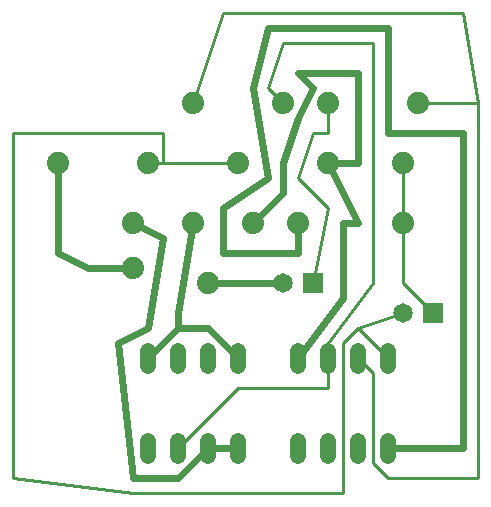
<source format=gbl>
G75*
G70*
%OFA0B0*%
%FSLAX24Y24*%
%IPPOS*%
%LPD*%
%AMOC8*
5,1,8,0,0,1.08239X$1,22.5*
%
%ADD10C,0.0740*%
%ADD11R,0.0650X0.0650*%
%ADD12C,0.0650*%
%ADD13C,0.0520*%
%ADD14C,0.0100*%
%ADD15C,0.0240*%
D10*
X024600Y015600D03*
X024600Y017100D03*
X026600Y017100D03*
X028600Y017100D03*
X030100Y017100D03*
X031100Y019100D03*
X033600Y019100D03*
X033600Y017100D03*
X028100Y019100D03*
X026600Y021100D03*
X029600Y021100D03*
X031100Y021100D03*
X034100Y021100D03*
X025100Y019100D03*
X022100Y019100D03*
X027100Y015100D03*
D11*
X030600Y015100D03*
X034600Y014100D03*
D12*
X033600Y014100D03*
X029600Y015100D03*
D13*
X030100Y012860D02*
X030100Y012340D01*
X031100Y012340D02*
X031100Y012860D01*
X032100Y012860D02*
X032100Y012340D01*
X033100Y012340D02*
X033100Y012860D01*
X033100Y009860D02*
X033100Y009340D01*
X032100Y009340D02*
X032100Y009860D01*
X031100Y009860D02*
X031100Y009340D01*
X030100Y009340D02*
X030100Y009860D01*
X028100Y009860D02*
X028100Y009340D01*
X027100Y009340D02*
X027100Y009860D01*
X026100Y009860D02*
X026100Y009340D01*
X025100Y009340D02*
X025100Y009860D01*
X025100Y012340D02*
X025100Y012860D01*
X026100Y012860D02*
X026100Y012340D01*
X027100Y012340D02*
X027100Y012860D01*
X028100Y012860D02*
X028100Y012340D01*
D14*
X024600Y008100D02*
X020600Y008600D01*
X020600Y020100D01*
X025600Y020100D01*
X025600Y019100D01*
X025100Y019100D01*
X028100Y019100D01*
X030100Y018600D02*
X031100Y017600D01*
X030600Y015100D01*
X032600Y015100D02*
X031100Y013100D01*
X031100Y012600D01*
X031100Y011600D01*
X028100Y011600D01*
X026100Y009600D01*
X024600Y008100D02*
X031600Y008100D01*
X031600Y013100D01*
X032100Y013600D01*
X033600Y014100D01*
X034600Y014100D02*
X033600Y015100D01*
X033600Y017100D01*
X033600Y019100D01*
X031100Y020100D02*
X030600Y020100D01*
X030100Y018600D01*
X031100Y020100D02*
X031100Y021100D01*
X029600Y021100D02*
X029100Y021600D01*
X029600Y023100D01*
X032600Y023100D01*
X032600Y017100D01*
X032600Y015100D01*
X032100Y013600D02*
X033100Y012600D01*
X032600Y012100D02*
X032600Y009100D01*
X033100Y008600D01*
X036100Y008600D01*
X036100Y021100D01*
X034100Y021100D01*
X036100Y021100D02*
X035600Y024100D01*
X027600Y024100D01*
X026600Y021100D01*
X032100Y012600D02*
X032600Y012100D01*
D15*
X030100Y012600D02*
X031600Y014600D01*
X031600Y017100D01*
X032100Y017100D01*
X031100Y019100D01*
X032100Y019100D01*
X032100Y022100D01*
X030100Y022100D01*
X030600Y021600D01*
X030100Y020600D01*
X029600Y019100D01*
X029600Y018100D01*
X028600Y017100D01*
X027600Y017600D02*
X027600Y016100D01*
X030100Y016100D01*
X030100Y017100D01*
X029100Y018600D02*
X028600Y021600D01*
X029100Y023600D01*
X033100Y023600D01*
X033100Y020100D01*
X035600Y020100D01*
X035600Y009600D01*
X033100Y009600D01*
X028100Y009600D02*
X027100Y009600D01*
X026100Y008600D01*
X024600Y008600D01*
X024100Y013100D01*
X025100Y013600D01*
X025600Y016600D01*
X024600Y017100D01*
X024600Y015600D02*
X023100Y015600D01*
X022100Y016100D01*
X022100Y019100D01*
X026600Y017100D02*
X026100Y014100D01*
X026100Y013600D01*
X027100Y013600D01*
X028100Y012600D01*
X026100Y013600D02*
X025100Y012600D01*
X027100Y015100D02*
X029600Y015100D01*
X027600Y017600D02*
X029100Y018600D01*
M02*

</source>
